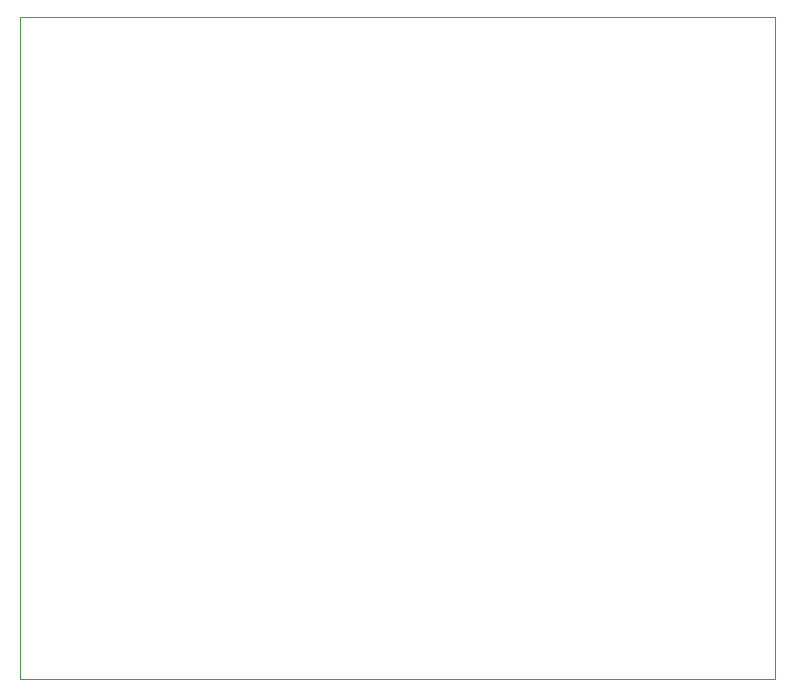
<source format=gbr>
G04 #@! TF.FileFunction,Profile,NP*
%FSLAX45Y45*%
G04 Gerber Fmt 4.5, Leading zero omitted, Abs format (unit mm)*
G04 Created by KiCad (PCBNEW (2015-01-16 BZR 5376)-product) date 3/19/2015 6:58:58 PM*
%MOMM*%
G01*
G04 APERTURE LIST*
%ADD10C,0.100000*%
G04 APERTURE END LIST*
D10*
X0Y-5600000D02*
X0Y0D01*
X6400000Y-5600000D02*
X0Y-5600000D01*
X6400000Y0D02*
X6400000Y-5600000D01*
X0Y0D02*
X6400000Y0D01*
M02*

</source>
